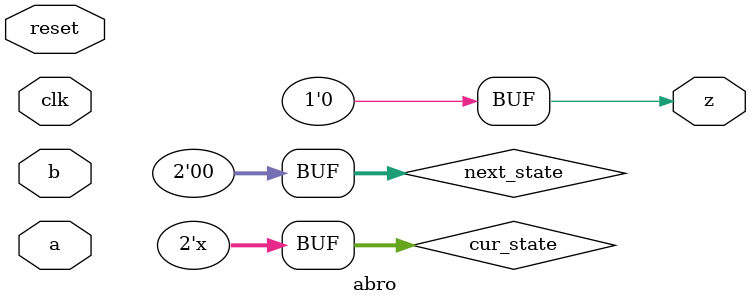
<source format=v>
module abro(
input clk, reset,  
input a,  b,
output z );
parameter IDLE = 0,
S1 = 1,
S2 = 2,
S3 = 3;
reg [1:0] cur_state,next_state;
//This is an FSM with the output z high when either of the input signals a or b are high irrsepective of their order.
always @(*)
  begin
    next_state <= S1;
    if (z == 1) next_state <= S2;
    if (a == 1) next_state <= S3;
    if (b == 1) next_state <= S3;
    cur_state <= next_state;
    next_state <= 0;
  end;
initial begin
    z <= 0;
    if (~clk) cur_state <= IDLE;
    next_state <= cur_state;
    cur_state <= next_state;
end;
endmodule

</source>
